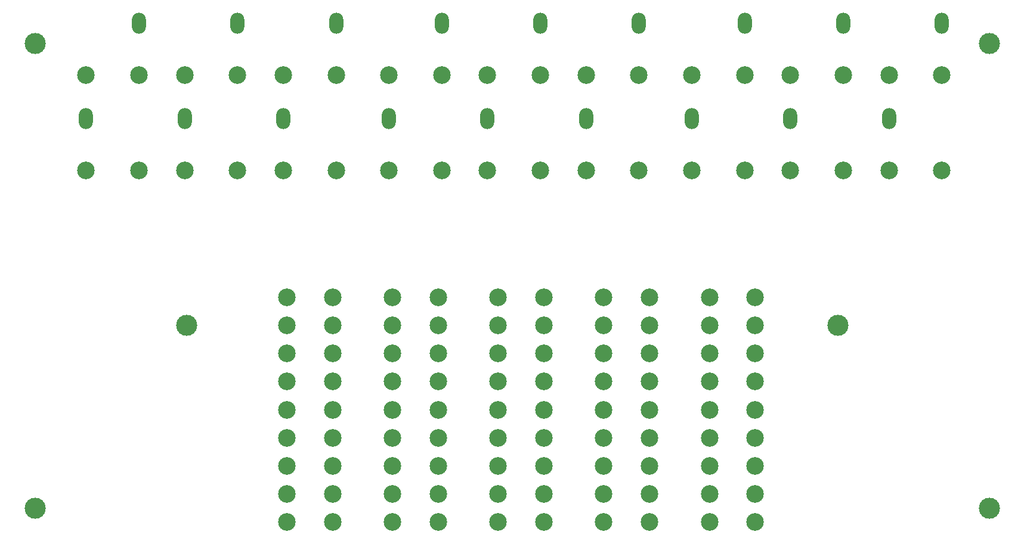
<source format=gbr>
%TF.GenerationSoftware,KiCad,Pcbnew,(6.0.7-1)-1*%
%TF.CreationDate,2023-02-08T12:42:40-08:00*%
%TF.ProjectId,RCASwitcher,52434153-7769-4746-9368-65722e6b6963,rev?*%
%TF.SameCoordinates,Original*%
%TF.FileFunction,Soldermask,Bot*%
%TF.FilePolarity,Negative*%
%FSLAX46Y46*%
G04 Gerber Fmt 4.6, Leading zero omitted, Abs format (unit mm)*
G04 Created by KiCad (PCBNEW (6.0.7-1)-1) date 2023-02-08 12:42:40*
%MOMM*%
%LPD*%
G01*
G04 APERTURE LIST*
%ADD10C,2.500000*%
%ADD11O,2.000000X3.000000*%
%ADD12C,3.000000*%
G04 APERTURE END LIST*
D10*
%TO.C,SW3*%
X93750000Y-138000000D03*
X93750000Y-134000000D03*
X93750000Y-130000000D03*
X93750000Y-126000000D03*
X93750000Y-122000000D03*
X93750000Y-118000000D03*
X93750000Y-114000000D03*
X93750000Y-110000000D03*
X93750000Y-106000000D03*
X100250000Y-138000000D03*
X100250000Y-134000000D03*
X100250000Y-130000000D03*
X100250000Y-126000000D03*
X100250000Y-122000000D03*
X100250000Y-118000000D03*
X100250000Y-114000000D03*
X100250000Y-110000000D03*
X100250000Y-106000000D03*
%TD*%
%TO.C,SW2*%
X78750000Y-138000000D03*
X78750000Y-134000000D03*
X78750000Y-130000000D03*
X78750000Y-126000000D03*
X78750000Y-122000000D03*
X78750000Y-118000000D03*
X78750000Y-114000000D03*
X78750000Y-110000000D03*
X78750000Y-106000000D03*
X85250000Y-138000000D03*
X85250000Y-134000000D03*
X85250000Y-130000000D03*
X85250000Y-126000000D03*
X85250000Y-122000000D03*
X85250000Y-118000000D03*
X85250000Y-114000000D03*
X85250000Y-110000000D03*
X85250000Y-106000000D03*
%TD*%
%TO.C,J4*%
X85750000Y-74500000D03*
X99750000Y-74500000D03*
X113750000Y-74500000D03*
X78250000Y-74500000D03*
X92250000Y-74500000D03*
X106250000Y-74500000D03*
D11*
X113750000Y-67100000D03*
X99750000Y-67100000D03*
X85750000Y-67100000D03*
%TD*%
D12*
%TO.C,REF\u002A\u002A*%
X28000000Y-70000000D03*
%TD*%
D10*
%TO.C,SW4*%
X108750000Y-138000000D03*
X108750000Y-134000000D03*
X108750000Y-130000000D03*
X108750000Y-126000000D03*
X108750000Y-122000000D03*
X108750000Y-118000000D03*
X108750000Y-114000000D03*
X108750000Y-110000000D03*
X108750000Y-106000000D03*
X115250000Y-138000000D03*
X115250000Y-134000000D03*
X115250000Y-130000000D03*
X115250000Y-126000000D03*
X115250000Y-122000000D03*
X115250000Y-118000000D03*
X115250000Y-114000000D03*
X115250000Y-110000000D03*
X115250000Y-106000000D03*
%TD*%
%TO.C,SW5*%
X123750000Y-138000000D03*
X123750000Y-134000000D03*
X123750000Y-130000000D03*
X123750000Y-126000000D03*
X123750000Y-122000000D03*
X123750000Y-118000000D03*
X123750000Y-114000000D03*
X123750000Y-110000000D03*
X123750000Y-106000000D03*
X130250000Y-138000000D03*
X130250000Y-134000000D03*
X130250000Y-130000000D03*
X130250000Y-126000000D03*
X130250000Y-122000000D03*
X130250000Y-118000000D03*
X130250000Y-114000000D03*
X130250000Y-110000000D03*
X130250000Y-106000000D03*
%TD*%
D12*
%TO.C,REF\u002A\u002A*%
X142000000Y-110000000D03*
%TD*%
D10*
%TO.C,J6*%
X128750000Y-74500000D03*
X142750000Y-74500000D03*
X156750000Y-74500000D03*
X121250000Y-74500000D03*
X135250000Y-74500000D03*
X149250000Y-74500000D03*
D11*
X156750000Y-67100000D03*
X142750000Y-67100000D03*
X128750000Y-67100000D03*
%TD*%
D12*
%TO.C,REF\u002A\u002A*%
X49500000Y-110000000D03*
%TD*%
D10*
%TO.C,SW1*%
X63750000Y-138000000D03*
X63750000Y-134000000D03*
X63750000Y-130000000D03*
X63750000Y-126000000D03*
X63750000Y-122000000D03*
X63750000Y-118000000D03*
X63750000Y-114000000D03*
X63750000Y-110000000D03*
X63750000Y-106000000D03*
X70250000Y-138000000D03*
X70250000Y-134000000D03*
X70250000Y-130000000D03*
X70250000Y-126000000D03*
X70250000Y-122000000D03*
X70250000Y-118000000D03*
X70250000Y-114000000D03*
X70250000Y-110000000D03*
X70250000Y-106000000D03*
%TD*%
%TO.C,J2*%
X42750000Y-74500000D03*
X56750000Y-74500000D03*
X70750000Y-74500000D03*
X35250000Y-74500000D03*
X49250000Y-74500000D03*
X63250000Y-74500000D03*
D11*
X70750000Y-67100000D03*
X56750000Y-67100000D03*
X42750000Y-67100000D03*
%TD*%
D12*
%TO.C,REF\u002A\u002A*%
X28000000Y-136000000D03*
%TD*%
%TO.C,REF\u002A\u002A*%
X163500000Y-136000000D03*
%TD*%
%TO.C,REF\u002A\u002A*%
X163500000Y-70000000D03*
%TD*%
D10*
%TO.C,J3*%
X106250000Y-88000000D03*
X92250000Y-88000000D03*
X78250000Y-88000000D03*
X113750000Y-88000000D03*
X99750000Y-88000000D03*
X85750000Y-88000000D03*
D11*
X78250000Y-80600000D03*
X92250000Y-80600000D03*
X106250000Y-80600000D03*
%TD*%
D10*
%TO.C,J5*%
X149250000Y-88000000D03*
X135250000Y-88000000D03*
X121250000Y-88000000D03*
X156750000Y-88000000D03*
X142750000Y-88000000D03*
X128750000Y-88000000D03*
D11*
X121250000Y-80600000D03*
X135250000Y-80600000D03*
X149250000Y-80600000D03*
%TD*%
%TO.C,J1*%
X63250000Y-80600000D03*
X49250000Y-80600000D03*
X35250000Y-80600000D03*
D10*
X42750000Y-88000000D03*
X56750000Y-88000000D03*
X70750000Y-88000000D03*
X35250000Y-88000000D03*
X49250000Y-88000000D03*
X63250000Y-88000000D03*
%TD*%
M02*

</source>
